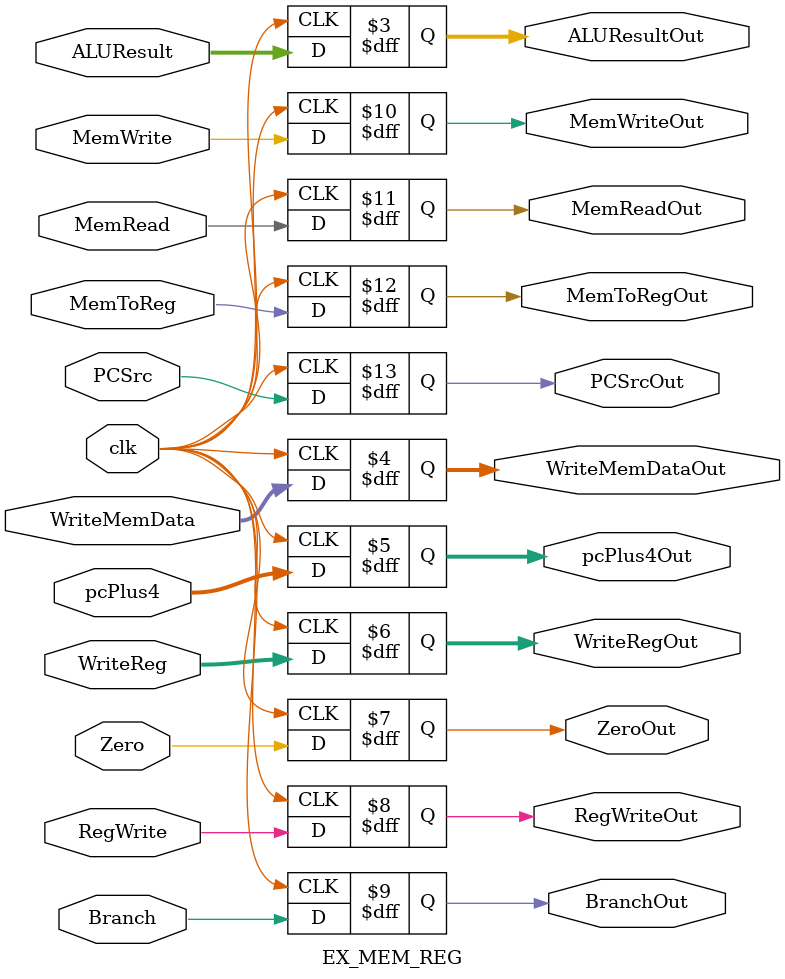
<source format=v>
`timescale 1ns / 1ps

module EX_MEM_REG(clk, RegWrite, Branch, MemWrite, MemRead, MemToReg, PCSrc, Zero, ALUResult, WriteMemData, 
pcPlus4, WriteReg, RegWriteOut, BranchOut, MemWriteOut, MemReadOut, MemToRegOut, PCSrcOut, ZeroOut, 
ALUResultOut, WriteMemDataOut, pcPlus4Out, WriteRegOut);
                    
        input [63:0] ALUResult;
        input [31:0] WriteMemData, pcPlus4;
        input [4:0] WriteReg;
        input clk, Zero, RegWrite, Branch, MemWrite, MemRead, MemToReg, PCSrc;
        output reg [63:0] ALUResultOut;
        output reg [31:0] WriteMemDataOut, pcPlus4Out;
        output reg [4:0] WriteRegOut;
        output reg ZeroOut, RegWriteOut, BranchOut, MemWriteOut, MemReadOut, MemToRegOut, PCSrcOut;
        
        initial begin
            PCSrcOut = 0;
            RegWriteOut = 0;
            BranchOut = 0;
            MemWriteOut = 0;
            MemReadOut = 0;
            MemToRegOut = 0;        
            pcPlus4Out = 0;
            ZeroOut = 0;
            ALUResultOut = 0;
            WriteMemDataOut = 0;
            WriteRegOut = 0;
        end
        
        always @(posedge clk)   begin
            PCSrcOut <= PCSrc;
            pcPlus4Out <= pcPlus4;
            ZeroOut <= Zero;
            ALUResultOut <= ALUResult;
            WriteMemDataOut <= WriteMemData;
            WriteRegOut <= WriteReg;
            RegWriteOut <= RegWrite;
            BranchOut <= Branch;
            MemWriteOut <= MemWrite;
            MemReadOut <= MemRead;
            MemToRegOut <= MemToReg;
        end         
endmodule

</source>
